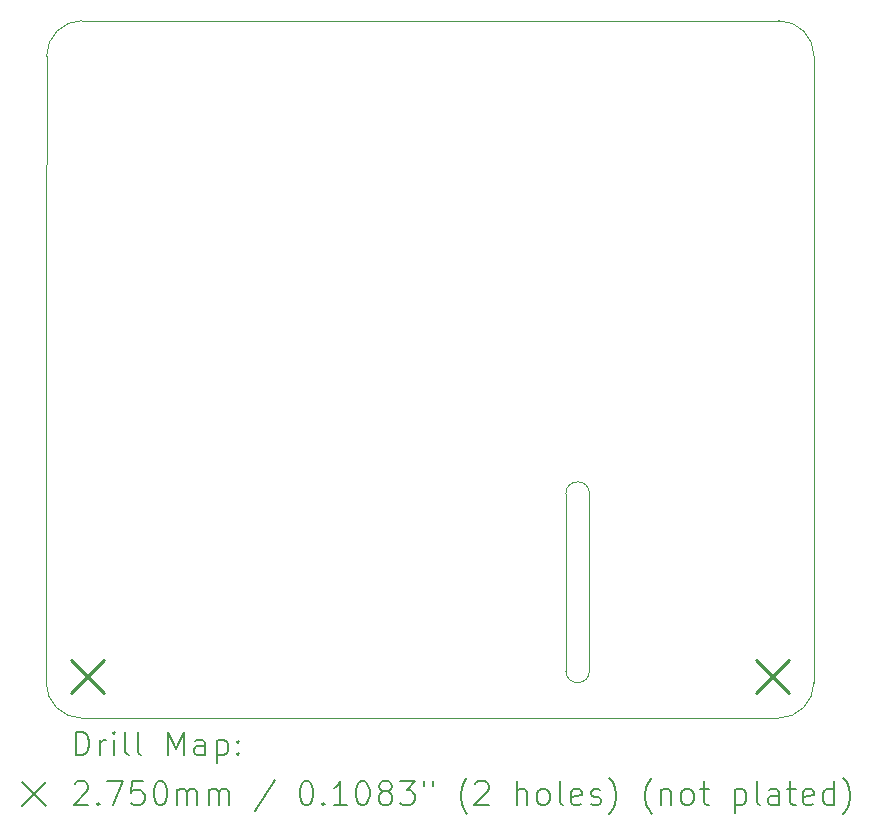
<source format=gbr>
%FSLAX45Y45*%
G04 Gerber Fmt 4.5, Leading zero omitted, Abs format (unit mm)*
G04 Created by KiCad (PCBNEW (6.0.0)) date 2022-03-15 10:26:27*
%MOMM*%
%LPD*%
G01*
G04 APERTURE LIST*
%TA.AperFunction,Profile*%
%ADD10C,0.100000*%
%TD*%
%ADD11C,0.200000*%
%ADD12C,0.275000*%
G04 APERTURE END LIST*
D10*
X12522200Y-3805200D02*
G75*
G03*
X12222200Y-3505200I-300000J0D01*
G01*
X6324600Y-3505200D02*
G75*
G03*
X6024600Y-3805200I0J-300000D01*
G01*
X6021000Y-9110000D02*
G75*
G03*
X6321000Y-9410000I300000J0D01*
G01*
X12221000Y-9410000D02*
G75*
G03*
X12521000Y-9110000I0J300000D01*
G01*
X10621000Y-7510000D02*
X10621000Y-9010000D01*
X10421000Y-9010000D02*
G75*
G03*
X10621000Y-9010000I100000J0D01*
G01*
X6021000Y-5660000D02*
X6021000Y-7560000D01*
X12521000Y-4060000D02*
X12521000Y-9110000D01*
X12522200Y-3805200D02*
X12521000Y-4060000D01*
X6324600Y-3505200D02*
X12222200Y-3505200D01*
X6024600Y-3805200D02*
X6021000Y-5660000D01*
X10421000Y-7510000D02*
X10421000Y-9010000D01*
X10621000Y-7510000D02*
G75*
G03*
X10421000Y-7510000I-100000J0D01*
G01*
X6021000Y-7560000D02*
X6021000Y-9110000D01*
X6321000Y-9410000D02*
X12221000Y-9410000D01*
D11*
D12*
X6233500Y-8922500D02*
X6508500Y-9197500D01*
X6508500Y-8922500D02*
X6233500Y-9197500D01*
X12033500Y-8922500D02*
X12308500Y-9197500D01*
X12308500Y-8922500D02*
X12033500Y-9197500D01*
D11*
X6273619Y-9725476D02*
X6273619Y-9525476D01*
X6321238Y-9525476D01*
X6349809Y-9535000D01*
X6368857Y-9554048D01*
X6378381Y-9573095D01*
X6387905Y-9611190D01*
X6387905Y-9639762D01*
X6378381Y-9677857D01*
X6368857Y-9696905D01*
X6349809Y-9715952D01*
X6321238Y-9725476D01*
X6273619Y-9725476D01*
X6473619Y-9725476D02*
X6473619Y-9592143D01*
X6473619Y-9630238D02*
X6483143Y-9611190D01*
X6492667Y-9601667D01*
X6511714Y-9592143D01*
X6530762Y-9592143D01*
X6597428Y-9725476D02*
X6597428Y-9592143D01*
X6597428Y-9525476D02*
X6587905Y-9535000D01*
X6597428Y-9544524D01*
X6606952Y-9535000D01*
X6597428Y-9525476D01*
X6597428Y-9544524D01*
X6721238Y-9725476D02*
X6702190Y-9715952D01*
X6692667Y-9696905D01*
X6692667Y-9525476D01*
X6826000Y-9725476D02*
X6806952Y-9715952D01*
X6797428Y-9696905D01*
X6797428Y-9525476D01*
X7054571Y-9725476D02*
X7054571Y-9525476D01*
X7121238Y-9668333D01*
X7187905Y-9525476D01*
X7187905Y-9725476D01*
X7368857Y-9725476D02*
X7368857Y-9620714D01*
X7359333Y-9601667D01*
X7340286Y-9592143D01*
X7302190Y-9592143D01*
X7283143Y-9601667D01*
X7368857Y-9715952D02*
X7349809Y-9725476D01*
X7302190Y-9725476D01*
X7283143Y-9715952D01*
X7273619Y-9696905D01*
X7273619Y-9677857D01*
X7283143Y-9658810D01*
X7302190Y-9649286D01*
X7349809Y-9649286D01*
X7368857Y-9639762D01*
X7464095Y-9592143D02*
X7464095Y-9792143D01*
X7464095Y-9601667D02*
X7483143Y-9592143D01*
X7521238Y-9592143D01*
X7540286Y-9601667D01*
X7549809Y-9611190D01*
X7559333Y-9630238D01*
X7559333Y-9687381D01*
X7549809Y-9706429D01*
X7540286Y-9715952D01*
X7521238Y-9725476D01*
X7483143Y-9725476D01*
X7464095Y-9715952D01*
X7645048Y-9706429D02*
X7654571Y-9715952D01*
X7645048Y-9725476D01*
X7635524Y-9715952D01*
X7645048Y-9706429D01*
X7645048Y-9725476D01*
X7645048Y-9601667D02*
X7654571Y-9611190D01*
X7645048Y-9620714D01*
X7635524Y-9611190D01*
X7645048Y-9601667D01*
X7645048Y-9620714D01*
X5816000Y-9955000D02*
X6016000Y-10155000D01*
X6016000Y-9955000D02*
X5816000Y-10155000D01*
X6264095Y-9964524D02*
X6273619Y-9955000D01*
X6292667Y-9945476D01*
X6340286Y-9945476D01*
X6359333Y-9955000D01*
X6368857Y-9964524D01*
X6378381Y-9983571D01*
X6378381Y-10002619D01*
X6368857Y-10031190D01*
X6254571Y-10145476D01*
X6378381Y-10145476D01*
X6464095Y-10126429D02*
X6473619Y-10135952D01*
X6464095Y-10145476D01*
X6454571Y-10135952D01*
X6464095Y-10126429D01*
X6464095Y-10145476D01*
X6540286Y-9945476D02*
X6673619Y-9945476D01*
X6587905Y-10145476D01*
X6845048Y-9945476D02*
X6749809Y-9945476D01*
X6740286Y-10040714D01*
X6749809Y-10031190D01*
X6768857Y-10021667D01*
X6816476Y-10021667D01*
X6835524Y-10031190D01*
X6845048Y-10040714D01*
X6854571Y-10059762D01*
X6854571Y-10107381D01*
X6845048Y-10126429D01*
X6835524Y-10135952D01*
X6816476Y-10145476D01*
X6768857Y-10145476D01*
X6749809Y-10135952D01*
X6740286Y-10126429D01*
X6978381Y-9945476D02*
X6997428Y-9945476D01*
X7016476Y-9955000D01*
X7026000Y-9964524D01*
X7035524Y-9983571D01*
X7045048Y-10021667D01*
X7045048Y-10069286D01*
X7035524Y-10107381D01*
X7026000Y-10126429D01*
X7016476Y-10135952D01*
X6997428Y-10145476D01*
X6978381Y-10145476D01*
X6959333Y-10135952D01*
X6949809Y-10126429D01*
X6940286Y-10107381D01*
X6930762Y-10069286D01*
X6930762Y-10021667D01*
X6940286Y-9983571D01*
X6949809Y-9964524D01*
X6959333Y-9955000D01*
X6978381Y-9945476D01*
X7130762Y-10145476D02*
X7130762Y-10012143D01*
X7130762Y-10031190D02*
X7140286Y-10021667D01*
X7159333Y-10012143D01*
X7187905Y-10012143D01*
X7206952Y-10021667D01*
X7216476Y-10040714D01*
X7216476Y-10145476D01*
X7216476Y-10040714D02*
X7226000Y-10021667D01*
X7245048Y-10012143D01*
X7273619Y-10012143D01*
X7292667Y-10021667D01*
X7302190Y-10040714D01*
X7302190Y-10145476D01*
X7397428Y-10145476D02*
X7397428Y-10012143D01*
X7397428Y-10031190D02*
X7406952Y-10021667D01*
X7426000Y-10012143D01*
X7454571Y-10012143D01*
X7473619Y-10021667D01*
X7483143Y-10040714D01*
X7483143Y-10145476D01*
X7483143Y-10040714D02*
X7492667Y-10021667D01*
X7511714Y-10012143D01*
X7540286Y-10012143D01*
X7559333Y-10021667D01*
X7568857Y-10040714D01*
X7568857Y-10145476D01*
X7959333Y-9935952D02*
X7787905Y-10193095D01*
X8216476Y-9945476D02*
X8235524Y-9945476D01*
X8254571Y-9955000D01*
X8264095Y-9964524D01*
X8273619Y-9983571D01*
X8283143Y-10021667D01*
X8283143Y-10069286D01*
X8273619Y-10107381D01*
X8264095Y-10126429D01*
X8254571Y-10135952D01*
X8235524Y-10145476D01*
X8216476Y-10145476D01*
X8197428Y-10135952D01*
X8187905Y-10126429D01*
X8178381Y-10107381D01*
X8168857Y-10069286D01*
X8168857Y-10021667D01*
X8178381Y-9983571D01*
X8187905Y-9964524D01*
X8197428Y-9955000D01*
X8216476Y-9945476D01*
X8368857Y-10126429D02*
X8378381Y-10135952D01*
X8368857Y-10145476D01*
X8359333Y-10135952D01*
X8368857Y-10126429D01*
X8368857Y-10145476D01*
X8568857Y-10145476D02*
X8454571Y-10145476D01*
X8511714Y-10145476D02*
X8511714Y-9945476D01*
X8492667Y-9974048D01*
X8473619Y-9993095D01*
X8454571Y-10002619D01*
X8692667Y-9945476D02*
X8711714Y-9945476D01*
X8730762Y-9955000D01*
X8740286Y-9964524D01*
X8749810Y-9983571D01*
X8759333Y-10021667D01*
X8759333Y-10069286D01*
X8749810Y-10107381D01*
X8740286Y-10126429D01*
X8730762Y-10135952D01*
X8711714Y-10145476D01*
X8692667Y-10145476D01*
X8673619Y-10135952D01*
X8664095Y-10126429D01*
X8654571Y-10107381D01*
X8645048Y-10069286D01*
X8645048Y-10021667D01*
X8654571Y-9983571D01*
X8664095Y-9964524D01*
X8673619Y-9955000D01*
X8692667Y-9945476D01*
X8873619Y-10031190D02*
X8854571Y-10021667D01*
X8845048Y-10012143D01*
X8835524Y-9993095D01*
X8835524Y-9983571D01*
X8845048Y-9964524D01*
X8854571Y-9955000D01*
X8873619Y-9945476D01*
X8911714Y-9945476D01*
X8930762Y-9955000D01*
X8940286Y-9964524D01*
X8949810Y-9983571D01*
X8949810Y-9993095D01*
X8940286Y-10012143D01*
X8930762Y-10021667D01*
X8911714Y-10031190D01*
X8873619Y-10031190D01*
X8854571Y-10040714D01*
X8845048Y-10050238D01*
X8835524Y-10069286D01*
X8835524Y-10107381D01*
X8845048Y-10126429D01*
X8854571Y-10135952D01*
X8873619Y-10145476D01*
X8911714Y-10145476D01*
X8930762Y-10135952D01*
X8940286Y-10126429D01*
X8949810Y-10107381D01*
X8949810Y-10069286D01*
X8940286Y-10050238D01*
X8930762Y-10040714D01*
X8911714Y-10031190D01*
X9016476Y-9945476D02*
X9140286Y-9945476D01*
X9073619Y-10021667D01*
X9102190Y-10021667D01*
X9121238Y-10031190D01*
X9130762Y-10040714D01*
X9140286Y-10059762D01*
X9140286Y-10107381D01*
X9130762Y-10126429D01*
X9121238Y-10135952D01*
X9102190Y-10145476D01*
X9045048Y-10145476D01*
X9026000Y-10135952D01*
X9016476Y-10126429D01*
X9216476Y-9945476D02*
X9216476Y-9983571D01*
X9292667Y-9945476D02*
X9292667Y-9983571D01*
X9587905Y-10221667D02*
X9578381Y-10212143D01*
X9559333Y-10183571D01*
X9549810Y-10164524D01*
X9540286Y-10135952D01*
X9530762Y-10088333D01*
X9530762Y-10050238D01*
X9540286Y-10002619D01*
X9549810Y-9974048D01*
X9559333Y-9955000D01*
X9578381Y-9926429D01*
X9587905Y-9916905D01*
X9654571Y-9964524D02*
X9664095Y-9955000D01*
X9683143Y-9945476D01*
X9730762Y-9945476D01*
X9749810Y-9955000D01*
X9759333Y-9964524D01*
X9768857Y-9983571D01*
X9768857Y-10002619D01*
X9759333Y-10031190D01*
X9645048Y-10145476D01*
X9768857Y-10145476D01*
X10006952Y-10145476D02*
X10006952Y-9945476D01*
X10092667Y-10145476D02*
X10092667Y-10040714D01*
X10083143Y-10021667D01*
X10064095Y-10012143D01*
X10035524Y-10012143D01*
X10016476Y-10021667D01*
X10006952Y-10031190D01*
X10216476Y-10145476D02*
X10197429Y-10135952D01*
X10187905Y-10126429D01*
X10178381Y-10107381D01*
X10178381Y-10050238D01*
X10187905Y-10031190D01*
X10197429Y-10021667D01*
X10216476Y-10012143D01*
X10245048Y-10012143D01*
X10264095Y-10021667D01*
X10273619Y-10031190D01*
X10283143Y-10050238D01*
X10283143Y-10107381D01*
X10273619Y-10126429D01*
X10264095Y-10135952D01*
X10245048Y-10145476D01*
X10216476Y-10145476D01*
X10397429Y-10145476D02*
X10378381Y-10135952D01*
X10368857Y-10116905D01*
X10368857Y-9945476D01*
X10549810Y-10135952D02*
X10530762Y-10145476D01*
X10492667Y-10145476D01*
X10473619Y-10135952D01*
X10464095Y-10116905D01*
X10464095Y-10040714D01*
X10473619Y-10021667D01*
X10492667Y-10012143D01*
X10530762Y-10012143D01*
X10549810Y-10021667D01*
X10559333Y-10040714D01*
X10559333Y-10059762D01*
X10464095Y-10078810D01*
X10635524Y-10135952D02*
X10654571Y-10145476D01*
X10692667Y-10145476D01*
X10711714Y-10135952D01*
X10721238Y-10116905D01*
X10721238Y-10107381D01*
X10711714Y-10088333D01*
X10692667Y-10078810D01*
X10664095Y-10078810D01*
X10645048Y-10069286D01*
X10635524Y-10050238D01*
X10635524Y-10040714D01*
X10645048Y-10021667D01*
X10664095Y-10012143D01*
X10692667Y-10012143D01*
X10711714Y-10021667D01*
X10787905Y-10221667D02*
X10797429Y-10212143D01*
X10816476Y-10183571D01*
X10826000Y-10164524D01*
X10835524Y-10135952D01*
X10845048Y-10088333D01*
X10845048Y-10050238D01*
X10835524Y-10002619D01*
X10826000Y-9974048D01*
X10816476Y-9955000D01*
X10797429Y-9926429D01*
X10787905Y-9916905D01*
X11149810Y-10221667D02*
X11140286Y-10212143D01*
X11121238Y-10183571D01*
X11111714Y-10164524D01*
X11102190Y-10135952D01*
X11092667Y-10088333D01*
X11092667Y-10050238D01*
X11102190Y-10002619D01*
X11111714Y-9974048D01*
X11121238Y-9955000D01*
X11140286Y-9926429D01*
X11149810Y-9916905D01*
X11226000Y-10012143D02*
X11226000Y-10145476D01*
X11226000Y-10031190D02*
X11235524Y-10021667D01*
X11254571Y-10012143D01*
X11283143Y-10012143D01*
X11302190Y-10021667D01*
X11311714Y-10040714D01*
X11311714Y-10145476D01*
X11435524Y-10145476D02*
X11416476Y-10135952D01*
X11406952Y-10126429D01*
X11397428Y-10107381D01*
X11397428Y-10050238D01*
X11406952Y-10031190D01*
X11416476Y-10021667D01*
X11435524Y-10012143D01*
X11464095Y-10012143D01*
X11483143Y-10021667D01*
X11492667Y-10031190D01*
X11502190Y-10050238D01*
X11502190Y-10107381D01*
X11492667Y-10126429D01*
X11483143Y-10135952D01*
X11464095Y-10145476D01*
X11435524Y-10145476D01*
X11559333Y-10012143D02*
X11635524Y-10012143D01*
X11587905Y-9945476D02*
X11587905Y-10116905D01*
X11597428Y-10135952D01*
X11616476Y-10145476D01*
X11635524Y-10145476D01*
X11854571Y-10012143D02*
X11854571Y-10212143D01*
X11854571Y-10021667D02*
X11873619Y-10012143D01*
X11911714Y-10012143D01*
X11930762Y-10021667D01*
X11940286Y-10031190D01*
X11949809Y-10050238D01*
X11949809Y-10107381D01*
X11940286Y-10126429D01*
X11930762Y-10135952D01*
X11911714Y-10145476D01*
X11873619Y-10145476D01*
X11854571Y-10135952D01*
X12064095Y-10145476D02*
X12045048Y-10135952D01*
X12035524Y-10116905D01*
X12035524Y-9945476D01*
X12226000Y-10145476D02*
X12226000Y-10040714D01*
X12216476Y-10021667D01*
X12197428Y-10012143D01*
X12159333Y-10012143D01*
X12140286Y-10021667D01*
X12226000Y-10135952D02*
X12206952Y-10145476D01*
X12159333Y-10145476D01*
X12140286Y-10135952D01*
X12130762Y-10116905D01*
X12130762Y-10097857D01*
X12140286Y-10078810D01*
X12159333Y-10069286D01*
X12206952Y-10069286D01*
X12226000Y-10059762D01*
X12292667Y-10012143D02*
X12368857Y-10012143D01*
X12321238Y-9945476D02*
X12321238Y-10116905D01*
X12330762Y-10135952D01*
X12349809Y-10145476D01*
X12368857Y-10145476D01*
X12511714Y-10135952D02*
X12492667Y-10145476D01*
X12454571Y-10145476D01*
X12435524Y-10135952D01*
X12426000Y-10116905D01*
X12426000Y-10040714D01*
X12435524Y-10021667D01*
X12454571Y-10012143D01*
X12492667Y-10012143D01*
X12511714Y-10021667D01*
X12521238Y-10040714D01*
X12521238Y-10059762D01*
X12426000Y-10078810D01*
X12692667Y-10145476D02*
X12692667Y-9945476D01*
X12692667Y-10135952D02*
X12673619Y-10145476D01*
X12635524Y-10145476D01*
X12616476Y-10135952D01*
X12606952Y-10126429D01*
X12597428Y-10107381D01*
X12597428Y-10050238D01*
X12606952Y-10031190D01*
X12616476Y-10021667D01*
X12635524Y-10012143D01*
X12673619Y-10012143D01*
X12692667Y-10021667D01*
X12768857Y-10221667D02*
X12778381Y-10212143D01*
X12797428Y-10183571D01*
X12806952Y-10164524D01*
X12816476Y-10135952D01*
X12826000Y-10088333D01*
X12826000Y-10050238D01*
X12816476Y-10002619D01*
X12806952Y-9974048D01*
X12797428Y-9955000D01*
X12778381Y-9926429D01*
X12768857Y-9916905D01*
M02*

</source>
